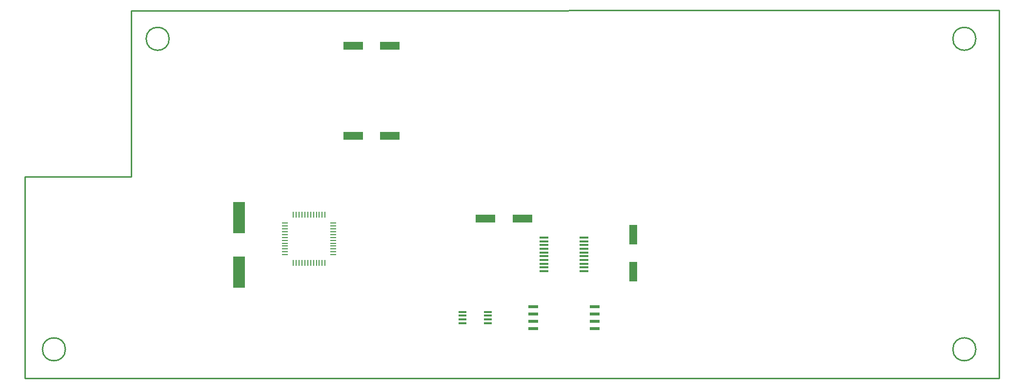
<source format=gtp>
*
*
G04 PADS 9.5 Build Number: 522968 generated Gerber (RS-274-X) file*
G04 PC Version=2.1*
*
%IN "opqbox2.pcb"*%
*
%MOIN*%
*
%FSLAX35Y35*%
*
*
*
*
G04 PC Standard Apertures*
*
*
G04 Thermal Relief Aperture macro.*
%AMTER*
1,1,$1,0,0*
1,0,$1-$2,0,0*
21,0,$3,$4,0,0,45*
21,0,$3,$4,0,0,135*
%
*
*
G04 Annular Aperture macro.*
%AMANN*
1,1,$1,0,0*
1,0,$2,0,0*
%
*
*
G04 Odd Aperture macro.*
%AMODD*
1,1,$1,0,0*
1,0,$1-0.005,0,0*
%
*
*
G04 PC Custom Aperture Macros*
*
*
*
*
*
*
G04 PC Aperture Table*
*
%ADD010C,0.001*%
%ADD013C,0.01*%
%ADD136R,0.07874X0.21654*%
%ADD139R,0.03937X0.00984*%
%ADD140R,0.00984X0.03937*%
%ADD143R,0.05709X0.01772*%
%ADD145R,0.13386X0.05512*%
%ADD146R,0.06299X0.01772*%
%ADD147R,0.07087X0.02362*%
%ADD148R,0.05512X0.13386*%
*
*
*
*
G04 PC Circuitry*
G04 Layer Name opqbox2.pcb - circuitry*
%LPD*%
*
*
G04 PC Custom Flashes*
G04 Layer Name opqbox2.pcb - flashes*
%LPD*%
*
*
G04 PC Circuitry*
G04 Layer Name opqbox2.pcb - circuitry*
%LPD*%
*
G54D10*
G54D13*
G01X1135433Y225984D02*
X470079D01*
Y363681*
X542717*
Y477362*
X1135433Y477953*
Y225984*
X497638Y245669D02*
G75*
G03X497638I-7874J0D01*
G01X568504Y458268D02*
G03X568504I-7874J0D01*
G01X1119685D02*
G03X1119685I-7874J0D01*
G01Y245669D02*
G03X1119685I-7874J0D01*
G54D136*
G01X616142Y298425D03*
Y335827D03*
G54D139*
X647736Y332087D03*
Y330118D03*
Y328150D03*
Y326181D03*
Y324213D03*
Y322244D03*
Y320276D03*
Y318307D03*
Y316339D03*
Y314370D03*
Y312402D03*
Y310433D03*
X680610D03*
Y312402D03*
Y314370D03*
Y316339D03*
Y318307D03*
Y320276D03*
Y322244D03*
Y324213D03*
Y326181D03*
Y328150D03*
Y330118D03*
Y332087D03*
G54D140*
X653346Y304823D03*
X655315D03*
X657283D03*
X659252D03*
X661220D03*
X663189D03*
X665157D03*
X667126D03*
X669094D03*
X671063D03*
X673031D03*
X675000D03*
Y337697D03*
X673031D03*
X671063D03*
X669094D03*
X667126D03*
X665157D03*
X663189D03*
X661220D03*
X659252D03*
X657283D03*
X655315D03*
X653346D03*
G54D143*
X786417Y263622D03*
Y266181D03*
Y268740D03*
Y271299D03*
X768898D03*
Y268740D03*
Y266181D03*
Y263622D03*
G54D145*
X719291Y391732D03*
X694094D03*
X719291Y453543D03*
X694094D03*
X784646Y335039D03*
X809843D03*
G54D146*
X824606Y322146D03*
Y319587D03*
Y317028D03*
Y314469D03*
Y311909D03*
Y309350D03*
Y306791D03*
Y304232D03*
Y301673D03*
Y299114D03*
X851772D03*
Y301673D03*
Y304232D03*
Y306791D03*
Y309350D03*
Y311909D03*
Y314469D03*
Y317028D03*
Y319587D03*
Y322146D03*
G54D147*
X859154Y259823D03*
Y264823D03*
Y269823D03*
Y274823D03*
X817224D03*
Y269823D03*
Y264823D03*
Y259823D03*
G54D148*
X885433Y298819D03*
Y324016D03*
G74*
X0Y0D02*
M02*

</source>
